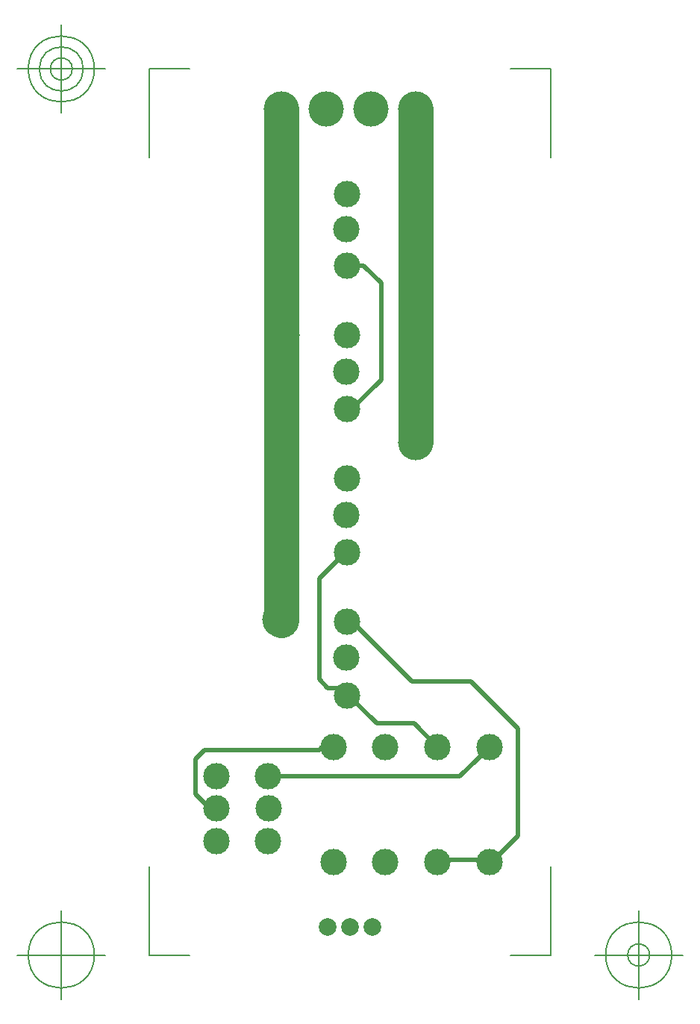
<source format=gbr>
G04 Generated by Ultiboard 14.0 *
%FSLAX34Y34*%
%MOMM*%

%ADD10C,0.0001*%
%ADD11C,4.0000*%
%ADD12C,0.5000*%
%ADD13C,0.1270*%
%ADD14C,2.0000*%
%ADD15C,3.0000*%
%ADD16C,4.0000*%


G04 ColorRGB 00FF00 for the following layer *
%LNTopLayer*%
%LPD*%
G54D10*
G54D11*
X147320Y957580D02*
X147320Y376936D01*
X299720Y957580D02*
X299720Y579628D01*
G54D12*
X190000Y310000D02*
X200000Y300000D01*
X214096Y300000D01*
X221996Y292100D01*
X383032Y233124D02*
X370000Y220092D01*
X370000Y220000D01*
X221996Y779780D02*
X239780Y779780D01*
X240220Y779780D01*
X206248Y233124D02*
X193124Y233124D01*
X190000Y230000D01*
X60000Y230000D01*
X50000Y220000D01*
X50000Y180000D01*
X65916Y164084D01*
X73660Y164084D01*
X381076Y105080D02*
X383032Y103124D01*
X326060Y105080D02*
X324104Y103124D01*
X385824Y103124D02*
X383032Y103124D01*
X415400Y254600D02*
X415400Y132700D01*
X385824Y103124D01*
X221996Y375920D02*
X227580Y375920D01*
X295400Y308100D02*
X361900Y308100D01*
X227580Y375920D02*
X295400Y308100D01*
X361900Y308100D02*
X415400Y254600D01*
X227300Y617300D02*
X222076Y617300D01*
X260160Y759840D02*
X260160Y650160D01*
X240220Y779780D02*
X260160Y759840D01*
X260160Y650160D02*
X227300Y617300D01*
X349840Y199840D02*
X132900Y199840D01*
X370000Y220000D02*
X349840Y199840D01*
X132900Y199840D02*
X132080Y200660D01*
X324104Y233356D02*
X297460Y260000D01*
X255240Y260000D02*
X223140Y292100D01*
X297460Y260000D02*
X255240Y260000D01*
X223140Y292100D02*
X221996Y292100D01*
X219740Y454660D02*
X190000Y424920D01*
X219740Y454660D02*
X221996Y454660D01*
X190000Y424920D02*
X190000Y310000D01*
X381076Y105080D02*
X326060Y105080D01*
G54D13*
X-2540Y-2540D02*
X-2540Y97968D01*
X-2540Y-2540D02*
X42968Y-2540D01*
X452540Y-2540D02*
X407032Y-2540D01*
X452540Y-2540D02*
X452540Y97968D01*
X452540Y1002540D02*
X452540Y902032D01*
X452540Y1002540D02*
X407032Y1002540D01*
X-2540Y1002540D02*
X42968Y1002540D01*
X-2540Y1002540D02*
X-2540Y902032D01*
X-52540Y-2540D02*
X-152540Y-2540D01*
X-102540Y-52540D02*
X-102540Y47460D01*
X-140040Y-2540D02*
G75*
D01*
G02X-140040Y-2540I37500J0*
G01*
X502540Y-2540D02*
X602540Y-2540D01*
X552540Y-52540D02*
X552540Y47460D01*
X515040Y-2540D02*
G75*
D01*
G02X515040Y-2540I37500J0*
G01*
X540040Y-2540D02*
G75*
D01*
G02X540040Y-2540I12500J0*
G01*
X-52540Y1002540D02*
X-152540Y1002540D01*
X-102540Y952540D02*
X-102540Y1052540D01*
X-140040Y1002540D02*
G75*
D01*
G02X-140040Y1002540I37500J0*
G01*
X-127540Y1002540D02*
G75*
D01*
G02X-127540Y1002540I25000J0*
G01*
X-115040Y1002540D02*
G75*
D01*
G02X-115040Y1002540I12500J0*
G01*
G54D14*
X199644Y29464D03*
X225044Y29464D03*
X250444Y29464D03*
G54D15*
X221996Y292100D03*
X220980Y334772D03*
X221996Y375920D03*
X221996Y454660D03*
X220980Y496824D03*
X221996Y538480D03*
X221996Y701040D03*
X220980Y658876D03*
X221996Y617220D03*
X221996Y779780D03*
X220980Y820928D03*
X221996Y861060D03*
X206248Y103124D03*
X206248Y233124D03*
X265176Y103124D03*
X265176Y233124D03*
X324104Y103124D03*
X324104Y233124D03*
X383032Y103124D03*
X383032Y233124D03*
X73660Y164084D03*
X73660Y127000D03*
X73660Y200660D03*
X132588Y164084D03*
X132080Y200660D03*
X132080Y127000D03*
G54D16*
X145796Y378460D03*
X299212Y579120D03*
X148336Y701040D03*
X299720Y957580D03*
X248920Y957580D03*
X198120Y957580D03*
X147320Y957580D03*

M02*

</source>
